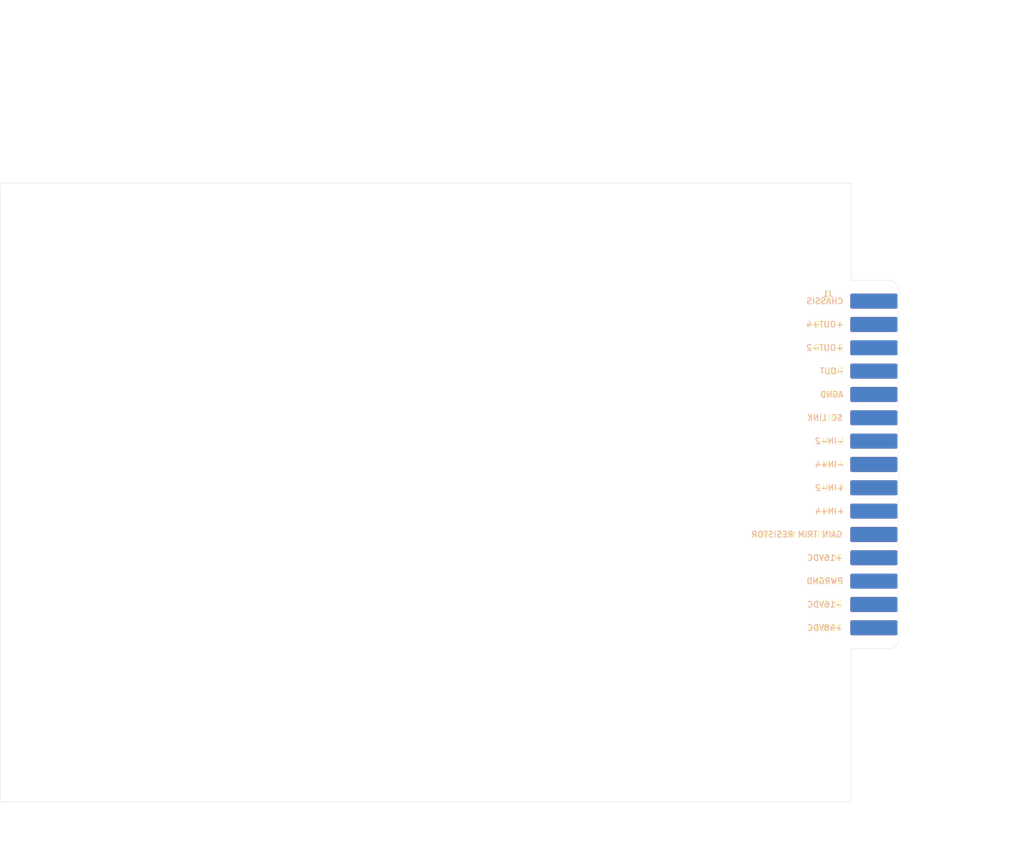
<source format=kicad_pcb>
(kicad_pcb (version 20240108) (generator "pcbnew") (generator_version "8.0")
  (title_block (title "API Series 500 (EDA 306)"))
  (layers (0 "F.Cu" signal) (31 "B.Cu" signal) (34 "B.Paste" user) (35 "F.Paste" user) (36 "B.SilkS" user "B.Silkscreen") (37 "F.SilkS" user "F.Silkscreen") (38 "B.Mask" user) (39 "F.Mask" user) (44 "Edge.Cuts" user))
  (net 0 "")
  (net 1 "/CHASSIS")
  (net 2 "/+OUT+4")
  (net 3 "/+OUT-2")
  (net 4 "/-OUT")
  (net 5 "/AGND")
  (net 6 "/SC_LINK")
  (net 7 "/-IN-2")
  (net 8 "/-IN+4")
  (net 9 "/+IN-2")
  (net 10 "/+IN+4")
  (net 11 "/GAIN_ADJ")
  (net 12 "+16V")
  (net 13 "GND")
  (net 14 "-16V")
  (net 15 "+48V")
  (footprint "Cards:EDA_306" (layer "F.Cu") (at 198.8246 102.7736)
    (property "Reference" "J1" (at -7.7888 -28.9812 0) (layer "F.SilkS"))
    (property "Value" "EDA 306")
    (fp_text user "+OUT-2" (at -8.316 -19.8 180) (layer "B.SilkS") (effects (justify mirror)))
    (fp_text user "-IN-2" (at -7.524 -3.96 180) (layer "B.SilkS") (effects (justify mirror)))
    (fp_text user "+48VDC" (at -8.316 27.72 180) (layer "B.SilkS") (effects (justify mirror)))
    (fp_text user "+IN-2" (at -7.524 3.96 180) (layer "B.SilkS") (effects (justify mirror)))
    (fp_text user "-IN+4" (at -7.524 0 180) (layer "B.SilkS") (effects (justify mirror)))
    (fp_text user "-OUT" (at -7.128 -15.84 180) (layer "B.SilkS") (effects (justify mirror)))
    (fp_text user "+OUT+4" (at -8.316 -23.76 180) (layer "B.SilkS") (effects (justify mirror)))
    (fp_text user "J1" (at -7.7888 -28.9812 180) (layer "B.SilkS") (effects (justify mirror)))
    (fp_text user "AGND" (at -7.128 -11.88 180) (layer "B.SilkS") (effects (justify mirror)))
    (fp_text user "+IN+4" (at -7.524 7.92 180) (layer "B.SilkS") (effects (justify mirror)))
    (fp_text user "-16VDC" (at -8.316 23.76 180) (layer "B.SilkS") (effects (justify mirror)))
    (fp_text user "GAIN TRIM RESISTOR" (at -13.068 11.88 180) (layer "B.SilkS") (effects (justify mirror)))
    (fp_text user "CHASSIS" (at -8.316 -27.72 180) (layer "B.SilkS") (effects (justify mirror)))
    (fp_text user "SC LINK" (at -8.316 -7.92 180) (layer "B.SilkS") (effects (justify mirror)))
    (fp_text user "PWRGND" (at -8.316 19.8 180) (layer "B.SilkS") (effects (justify mirror)))
    (fp_text user "+16VDC" (at -8.316 15.84 180) (layer "B.SilkS") (effects (justify mirror)))
    (fp_text user "+IN-2" (at -7.524 3.96 0) (layer "F.SilkS"))
    (fp_text user "+16VDC" (at -8.316 15.84 0) (layer "F.SilkS"))
    (fp_text user "+IN+4" (at -7.524 7.92 0) (layer "F.SilkS"))
    (fp_text user "CHASSIS" (at -8.316 -27.72 0) (layer "F.SilkS"))
    (fp_text user "-16VDC" (at -8.316 23.76 0) (layer "F.SilkS"))
    (fp_text user "GAIN TRIM RESISTOR" (at -13.068 11.88 0) (layer "F.SilkS"))
    (fp_text user "+OUT+4" (at -8.316 -23.76 0) (layer "F.SilkS"))
    (fp_text user "AGND" (at -7.128 -11.88 0) (layer "F.SilkS"))
    (fp_text user "+OUT-2" (at -8.316 -19.8 0) (layer "F.SilkS"))
    (fp_text user "-IN-2" (at -7.524 -3.96 0) (layer "F.SilkS"))
    (fp_text user "-OUT" (at -7.128 -15.84 0) (layer "F.SilkS"))
    (fp_text user "+48VDC" (at -8.316 27.72 0) (layer "F.SilkS"))
    (fp_text user "PWRGND" (at -8.316 19.8 0) (layer "F.SilkS"))
    (fp_text user "SC LINK" (at -8.316 -7.92 0) (layer "F.SilkS"))
    (fp_text user "-IN+4" (at -7.524 0 0) (layer "F.SilkS"))
    (pad "1" connect roundrect (at 0 -27.72 90) (size 2.54 8) (layers "*.Mask" "F.Cu") (roundrect_rratio 0.098) (net 1 "/CHASSIS"))
    (pad "1" connect roundrect (at 0 -27.72 270) (size 2.54 8) (layers "*.Mask" "B.Cu") (roundrect_rratio 0.098) (net 1 "/CHASSIS"))
    (pad "2" connect roundrect (at 0 -23.76 90) (size 2.54 8) (layers "*.Mask" "F.Cu") (roundrect_rratio 0.098) (net 2 "/+OUT+4"))
    (pad "2" connect roundrect (at 0 -23.76 270) (size 2.54 8) (layers "*.Mask" "B.Cu") (roundrect_rratio 0.098) (net 2 "/+OUT+4"))
    (pad "3" connect roundrect (at 0 -19.8 90) (size 2.54 8) (layers "*.Mask" "F.Cu") (roundrect_rratio 0.098) (net 3 "/+OUT-2"))
    (pad "3" connect roundrect (at 0 -19.8 270) (size 2.54 8) (layers "*.Mask" "B.Cu") (roundrect_rratio 0.098) (net 3 "/+OUT-2"))
    (pad "4" connect roundrect (at 0 -15.84 90) (size 2.54 8) (layers "*.Mask" "F.Cu") (roundrect_rratio 0.098) (net 4 "/-OUT"))
    (pad "4" connect roundrect (at 0 -15.84 270) (size 2.54 8) (layers "*.Mask" "B.Cu") (roundrect_rratio 0.098) (net 4 "/-OUT"))
    (pad "5" connect roundrect (at 0 -11.88 90) (size 2.54 8) (layers "*.Mask" "F.Cu") (roundrect_rratio 0.098) (net 5 "/AGND"))
    (pad "5" connect roundrect (at 0 -11.88 270) (size 2.54 8) (layers "*.Mask" "B.Cu") (roundrect_rratio 0.098) (net 5 "/AGND"))
    (pad "6" connect roundrect (at 0 -7.92 90) (size 2.54 8) (layers "*.Mask" "F.Cu") (roundrect_rratio 0.098) (net 6 "/SC_LINK"))
    (pad "6" connect roundrect (at 0 -7.92 270) (size 2.54 8) (layers "*.Mask" "B.Cu") (roundrect_rratio 0.098) (net 6 "/SC_LINK"))
    (pad "7" connect roundrect (at 0 -3.96 90) (size 2.54 8) (layers "*.Mask" "F.Cu") (roundrect_rratio 0.098) (net 7 "/-IN-2"))
    (pad "7" connect roundrect (at 0 -3.96 270) (size 2.54 8) (layers "*.Mask" "B.Cu") (roundrect_rratio 0.098) (net 7 "/-IN-2"))
    (pad "8" connect roundrect (at 0 0 90) (size 2.54 8) (layers "*.Mask" "F.Cu") (roundrect_rratio 0.098) (net 8 "/-IN+4"))
    (pad "8" connect roundrect (at 0 0 270) (size 2.54 8) (layers "*.Mask" "B.Cu") (roundrect_rratio 0.098) (net 8 "/-IN+4"))
    (pad "9" connect roundrect (at 0 3.96 90) (size 2.54 8) (layers "*.Mask" "F.Cu") (roundrect_rratio 0.098) (net 9 "/+IN-2"))
    (pad "9" connect roundrect (at 0 3.96 270) (size 2.54 8) (layers "*.Mask" "B.Cu") (roundrect_rratio 0.098) (net 9 "/+IN-2"))
    (pad "10" connect roundrect (at 0 7.92 90) (size 2.54 8) (layers "*.Mask" "F.Cu") (roundrect_rratio 0.098) (net 10 "/+IN+4"))
    (pad "10" connect roundrect (at 0 7.92 270) (size 2.54 8) (layers "*.Mask" "B.Cu") (roundrect_rratio 0.098) (net 10 "/+IN+4"))
    (pad "11" connect roundrect (at 0 11.88 90) (size 2.54 8) (layers "*.Mask" "F.Cu") (roundrect_rratio 0.098) (net 11 "/GAIN_ADJ"))
    (pad "11" connect roundrect (at 0 11.88 270) (size 2.54 8) (layers "*.Mask" "B.Cu") (roundrect_rratio 0.098) (net 11 "/GAIN_ADJ"))
    (pad "12" connect roundrect (at 0 15.84 90) (size 2.54 8) (layers "*.Mask" "F.Cu") (roundrect_rratio 0.098) (net 12 "+16V"))
    (pad "12" connect roundrect (at 0 15.84 270) (size 2.54 8) (layers "*.Mask" "B.Cu") (roundrect_rratio 0.098) (net 12 "+16V"))
    (pad "13" connect roundrect (at 0 19.8 90) (size 2.54 8) (layers "*.Mask" "F.Cu") (roundrect_rratio 0.098) (net 13 "GND"))
    (pad "13" connect roundrect (at 0 19.8 270) (size 2.54 8) (layers "*.Mask" "B.Cu") (roundrect_rratio 0.098) (net 13 "GND"))
    (pad "14" connect roundrect (at 0 23.76 90) (size 2.54 8) (layers "*.Mask" "F.Cu") (roundrect_rratio 0.098) (net 14 "-16V"))
    (pad "14" connect roundrect (at 0 23.76 270) (size 2.54 8) (layers "*.Mask" "B.Cu") (roundrect_rratio 0.098) (net 14 "-16V"))
    (pad "15" connect roundrect (at 0 27.72 90) (size 2.54 8) (layers "*.Mask" "F.Cu") (roundrect_rratio 0.098) (net 15 "+48V"))
    (pad "15" connect roundrect (at 0 27.72 270) (size 2.54 8) (layers "*.Mask" "B.Cu") (roundrect_rratio 0.098) (net 15 "+48V"))
  )
  (footprint "Library:board" (layer "F.Cu") (at 126.8246 107.5236)
    (property "Reference" "BOARD" (hide yes))
    (property "Value" "board" (hide yes))
    (fp_line (start -76.175 52.5) (end -76.175 -52.5) (stroke (width 0.05)) (layer "Edge.Cuts"))
    (fp_line (start 68.175 -52.5) (end -76.175 -52.5) (stroke (width 0.05)) (layer "Edge.Cuts"))
    (fp_line (start 68.175 -36) (end 68.175 -52.5) (stroke (width 0.05)) (layer "Edge.Cuts"))
    (fp_line (start 68.175 -36) (end 75.175 -36) (stroke (width 0.05)) (layer "Edge.Cuts"))
    (fp_line (start 68.175 26.5) (end 68.175 52.5) (stroke (width 0.05)) (layer "Edge.Cuts"))
    (fp_line (start 68.175 26.5) (end 75.175 26.5) (stroke (width 0.05)) (layer "Edge.Cuts"))
    (fp_line (start 68.175 52.5) (end -76.175 52.5) (stroke (width 0.05)) (layer "Edge.Cuts"))
    (fp_line (start 75.175 -36) (end 76.175 -35) (stroke (width 0.05)) (layer "Edge.Cuts"))
    (fp_line (start 75.175 26.5) (end 76.175 25.5) (stroke (width 0.05)) (layer "Edge.Cuts"))
    (fp_line (start 76.175 25.5) (end 76.175 -35) (stroke (width 0.05)) (layer "Edge.Cuts"))
  )
)
</source>
